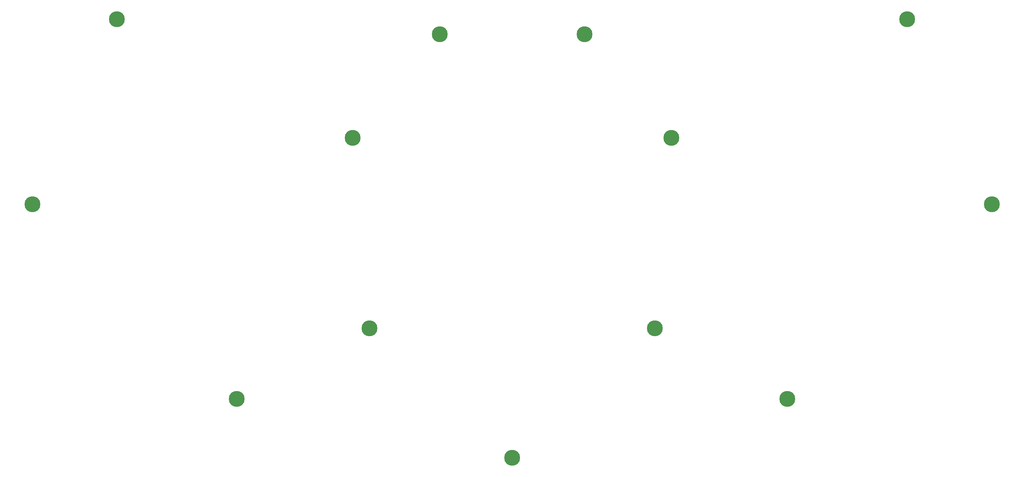
<source format=gbr>
%TF.GenerationSoftware,KiCad,Pcbnew,8.0.1*%
%TF.CreationDate,2024-05-19T15:41:32+09:00*%
%TF.ProjectId,bottom_plate,626f7474-6f6d-45f7-906c-6174652e6b69,v1.0.0*%
%TF.SameCoordinates,Original*%
%TF.FileFunction,Soldermask,Top*%
%TF.FilePolarity,Negative*%
%FSLAX46Y46*%
G04 Gerber Fmt 4.6, Leading zero omitted, Abs format (unit mm)*
G04 Created by KiCad (PCBNEW 8.0.1) date 2024-05-19 15:41:32*
%MOMM*%
%LPD*%
G01*
G04 APERTURE LIST*
%ADD10C,0.800000*%
%ADD11C,4.500000*%
G04 APERTURE END LIST*
D10*
%TO.C,_1*%
X71431234Y-124858079D03*
D11*
X71287427Y-123214358D03*
D10*
X70226827Y-124478331D03*
X72931148Y-123070551D03*
X70023454Y-122153758D03*
X71143620Y-121570637D03*
X69643706Y-123358165D03*
X72551400Y-124274958D03*
X72348027Y-121950385D03*
%TD*%
%TO.C,_2*%
X47594949Y-176974288D03*
D11*
X47451142Y-175330567D03*
D10*
X46390542Y-176594540D03*
X49094863Y-175186760D03*
X46187169Y-174269967D03*
X47307335Y-173686846D03*
X45807421Y-175474374D03*
X48715115Y-176391167D03*
X48511742Y-174066594D03*
%TD*%
%TO.C,_3*%
X137905785Y-158255643D03*
D11*
X137761978Y-156611922D03*
D10*
X136701378Y-157875895D03*
X139405699Y-156468115D03*
X136498005Y-155551322D03*
X137618171Y-154968201D03*
X136118257Y-156755729D03*
X139025951Y-157672522D03*
X138822578Y-155347949D03*
%TD*%
%TO.C,_4*%
X162395992Y-129069349D03*
D11*
X162252185Y-127425628D03*
D10*
X161191585Y-128689601D03*
X163895906Y-127281821D03*
X160988212Y-126365028D03*
X162108378Y-125781907D03*
X160608464Y-127569435D03*
X163516158Y-128486228D03*
X163312785Y-126161655D03*
%TD*%
%TO.C,_5*%
X142601870Y-211932144D03*
D11*
X142458063Y-210288423D03*
D10*
X141397463Y-211552396D03*
X144101784Y-210144616D03*
X141194090Y-209227823D03*
X142314256Y-208644702D03*
X140814342Y-210432230D03*
X143722036Y-211349023D03*
X143518663Y-209024450D03*
%TD*%
%TO.C,_6*%
X104377986Y-231691493D03*
D11*
X105075306Y-230196085D03*
D10*
X103524813Y-230760418D03*
X106570714Y-230893405D03*
X104510973Y-228645592D03*
X105772626Y-228700677D03*
X103579898Y-229498765D03*
X105639639Y-231746578D03*
X106625799Y-229631752D03*
%TD*%
%TO.C,_7*%
X295690041Y-123358165D03*
D11*
X294046320Y-123214358D03*
D10*
X295106920Y-124478331D03*
X294190127Y-121570637D03*
X292782347Y-124274958D03*
X292402599Y-123070551D03*
X293902513Y-124858079D03*
X295310293Y-122153758D03*
X292985720Y-121950385D03*
%TD*%
%TO.C,_8*%
X319526326Y-175474374D03*
D11*
X317882605Y-175330567D03*
D10*
X318943205Y-176594540D03*
X318026412Y-173686846D03*
X316618632Y-176391167D03*
X316238884Y-175186760D03*
X317738798Y-176974288D03*
X319146578Y-174269967D03*
X316822005Y-174066594D03*
%TD*%
%TO.C,_9*%
X229215491Y-156755729D03*
D11*
X227571770Y-156611922D03*
D10*
X228632370Y-157875895D03*
X227715577Y-154968201D03*
X226307797Y-157672522D03*
X225928049Y-156468115D03*
X227427963Y-158255643D03*
X228835743Y-155551322D03*
X226511170Y-155347949D03*
%TD*%
%TO.C,_10*%
X204725283Y-127569435D03*
D11*
X203081562Y-127425628D03*
D10*
X204142162Y-128689601D03*
X203225369Y-125781907D03*
X201817589Y-128486228D03*
X201437841Y-127281821D03*
X202937755Y-129069349D03*
X204345535Y-126365028D03*
X202020962Y-126161655D03*
%TD*%
%TO.C,_11*%
X224519405Y-210432230D03*
D11*
X222875684Y-210288423D03*
D10*
X223936284Y-211552396D03*
X223019491Y-208644702D03*
X221611711Y-211349023D03*
X221231963Y-210144616D03*
X222731877Y-211932144D03*
X224139657Y-209227823D03*
X221815084Y-209024450D03*
%TD*%
%TO.C,_12*%
X261753849Y-229498765D03*
D11*
X260258441Y-230196085D03*
D10*
X261808934Y-230760418D03*
X259561121Y-228700677D03*
X259694108Y-231746578D03*
X258763033Y-230893405D03*
X260955761Y-231691493D03*
X260822774Y-228645592D03*
X258707948Y-229631752D03*
%TD*%
%TO.C,_13*%
X183833600Y-247924941D03*
D11*
X182666874Y-246758215D03*
D10*
X182666874Y-248408215D03*
X183833600Y-245591489D03*
X181016874Y-246758215D03*
X181500148Y-245591489D03*
X181500148Y-247924941D03*
X184316874Y-246758215D03*
X182666874Y-245108215D03*
%TD*%
M02*

</source>
